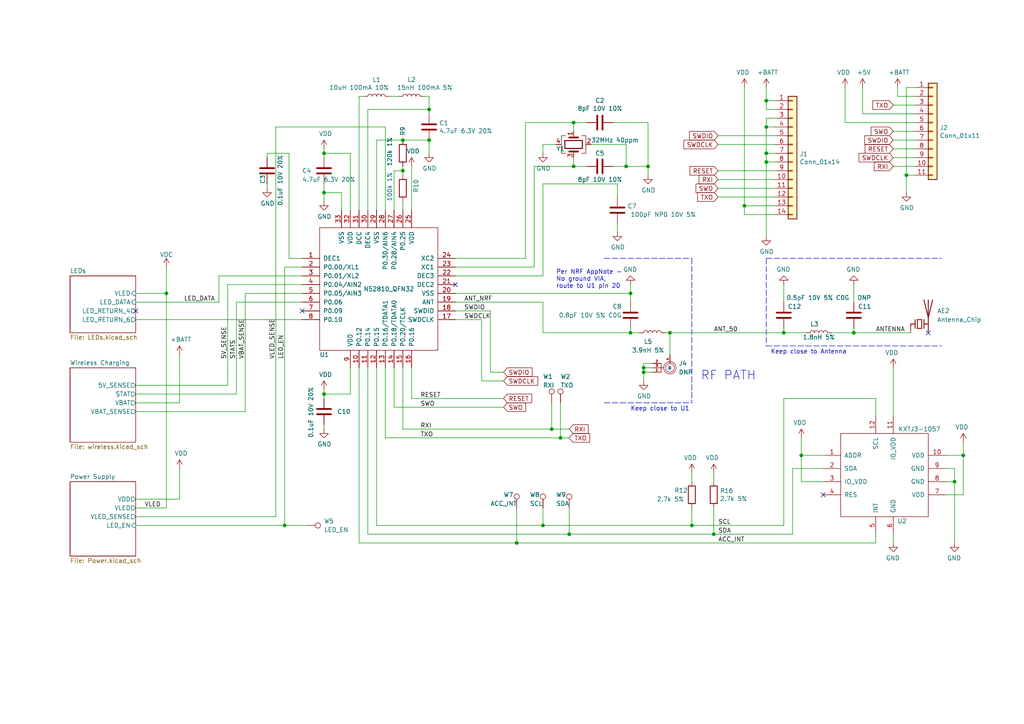
<source format=kicad_sch>
(kicad_sch (version 20211123) (generator eeschema)
  (paper "A4")
  (title_block (title "Pixels D6 Schematic, Main") (date "2022-08-26") (rev "3") (company "Systemic Games, LLC") (comment 1 "Main MCU, Accelerometer and RF"))
  (lib_symbols
    (symbol "Connector_Generic:Conn_01x11" (pin_names (offset 1.016) hide)
      (property "Reference" "J" (at 0 15.24 0))
      (property "Value" "Conn_01x11" (at 0 -15.24 0))
      (symbol "Conn_01x11_1_1"
        (rectangle (start -1.27 -12.573) (end 0 -12.827) (stroke (width 0.1524)))
        (rectangle (start -1.27 -10.033) (end 0 -10.287) (stroke (width 0.1524)))
        (rectangle (start -1.27 -7.493) (end 0 -7.747) (stroke (width 0.1524)))
        (rectangle (start -1.27 -4.953) (end 0 -5.207) (stroke (width 0.1524)))
        (rectangle (start -1.27 -2.413) (end 0 -2.667) (stroke (width 0.1524)))
        (rectangle (start -1.27 0.127) (end 0 -0.127) (stroke (width 0.1524)))
        (rectangle (start -1.27 2.667) (end 0 2.413) (stroke (width 0.1524)))
        (rectangle (start -1.27 5.207) (end 0 4.953) (stroke (width 0.1524)))
        (rectangle (start -1.27 7.747) (end 0 7.493) (stroke (width 0.1524)))
        (rectangle (start -1.27 10.287) (end 0 10.033) (stroke (width 0.1524)))
        (rectangle (start -1.27 12.827) (end 0 12.573) (stroke (width 0.1524)))
        (rectangle (start -1.27 13.97) (end 1.27 -13.97) (stroke (width 0.254)) (fill (type background)))
        (pin passive line (at -5.08 12.7 0) (length 3.81) (name "Pin_1") (number "1"))
        (pin passive line (at -5.08 -10.16 0) (length 3.81) (name "Pin_10") (number "10"))
        (pin passive line (at -5.08 -12.7 0) (length 3.81) (name "Pin_11") (number "11"))
        (pin passive line (at -5.08 10.16 0) (length 3.81) (name "Pin_2") (number "2"))
        (pin passive line (at -5.08 7.62 0) (length 3.81) (name "Pin_3") (number "3"))
        (pin passive line (at -5.08 5.08 0) (length 3.81) (name "Pin_4") (number "4"))
        (pin passive line (at -5.08 2.54 0) (length 3.81) (name "Pin_5") (number "5"))
        (pin passive line (at -5.08 0 0) (length 3.81) (name "Pin_6") (number "6"))
        (pin passive line (at -5.08 -2.54 0) (length 3.81) (name "Pin_7") (number "7"))
        (pin passive line (at -5.08 -5.08 0) (length 3.81) (name "Pin_8") (number "8"))
        (pin passive line (at -5.08 -7.62 0) (length 3.81) (name "Pin_9") (number "9"))
      )
    )
    (symbol "Connector_Generic:Conn_01x14" (pin_names (offset 1.016) hide)
      (property "Reference" "J" (at 0 17.78 0))
      (property "Value" "Conn_01x14" (at 0 -20.32 0))
      (symbol "Conn_01x14_1_1"
        (rectangle (start -1.27 -17.653) (end 0 -17.907) (stroke (width 0.1524)))
        (rectangle (start -1.27 -15.113) (end 0 -15.367) (stroke (width 0.1524)))
        (rectangle (start -1.27 -12.573) (end 0 -12.827) (stroke (width 0.1524)))
        (rectangle (start -1.27 -10.033) (end 0 -10.287) (stroke (width 0.1524)))
        (rectangle (start -1.27 -7.493) (end 0 -7.747) (stroke (width 0.1524)))
        (rectangle (start -1.27 -4.953) (end 0 -5.207) (stroke (width 0.1524)))
        (rectangle (start -1.27 -2.413) (end 0 -2.667) (stroke (width 0.1524)))
        (rectangle (start -1.27 0.127) (end 0 -0.127) (stroke (width 0.1524)))
        (rectangle (start -1.27 2.667) (end 0 2.413) (stroke (width 0.1524)))
        (rectangle (start -1.27 5.207) (end 0 4.953) (stroke (width 0.1524)))
        (rectangle (start -1.27 7.747) (end 0 7.493) (stroke (width 0.1524)))
        (rectangle (start -1.27 10.287) (end 0 10.033) (stroke (width 0.1524)))
        (rectangle (start -1.27 12.827) (end 0 12.573) (stroke (width 0.1524)))
        (rectangle (start -1.27 15.367) (end 0 15.113) (stroke (width 0.1524)))
        (rectangle (start -1.27 16.51) (end 1.27 -19.05) (stroke (width 0.254)) (fill (type background)))
        (pin passive line (at -5.08 15.24 0) (length 3.81) (name "Pin_1") (number "1"))
        (pin passive line (at -5.08 -7.62 0) (length 3.81) (name "Pin_10") (number "10"))
        (pin passive line (at -5.08 -10.16 0) (length 3.81) (name "Pin_11") (number "11"))
        (pin passive line (at -5.08 -12.7 0) (length 3.81) (name "Pin_12") (number "12"))
        (pin passive line (at -5.08 -15.24 0) (length 3.81) (name "Pin_13") (number "13"))
        (pin passive line (at -5.08 -17.78 0) (length 3.81) (name "Pin_14") (number "14"))
        (pin passive line (at -5.08 12.7 0) (length 3.81) (name "Pin_2") (number "2"))
        (pin passive line (at -5.08 10.16 0) (length 3.81) (name "Pin_3") (number "3"))
        (pin passive line (at -5.08 7.62 0) (length 3.81) (name "Pin_4") (number "4"))
        (pin passive line (at -5.08 5.08 0) (length 3.81) (name "Pin_5") (number "5"))
        (pin passive line (at -5.08 2.54 0) (length 3.81) (name "Pin_6") (number "6"))
        (pin passive line (at -5.08 0 0) (length 3.81) (name "Pin_7") (number "7"))
        (pin passive line (at -5.08 -2.54 0) (length 3.81) (name "Pin_8") (number "8"))
        (pin passive line (at -5.08 -5.08 0) (length 3.81) (name "Pin_9") (number "9"))
      )
    )
    (symbol "Device:Antenna_Chip" (pin_numbers hide) (pin_names (offset 1.016) hide)
      (property "Reference" "AE" (at 0 5.08 0))
      (property "Value" "Antenna_Chip" (at 0 3.175 0))
      (symbol "Antenna_Chip_0_1"
        (polyline (pts (xy -2.54 0) (xy -2.54 -0.635)) (stroke (width 0.254)))
        (polyline (pts (xy -2.54 0) (xy -1.27 0)) (stroke (width 0.254)))
        (polyline (pts (xy 1.27 0) (xy 2.54 0)) (stroke (width 0.254)))
        (polyline (pts (xy 1.27 1.27) (xy 1.27 -1.27)) (stroke (width 0.254)))
        (polyline (pts (xy 2.54 -0.635) (xy 2.54 0)))
        (polyline (pts (xy 2.54 6.985) (xy 2.54 -1.905)) (stroke (width 0.254)))
        (polyline (pts (xy -1.27 1.27) (xy -1.27 -1.27) (xy -1.27 0)) (stroke (width 0.254)))
        (polyline (pts (xy 3.81 6.985) (xy 2.54 1.905) (xy 1.27 6.985)) (stroke (width 0.254)))
        (polyline (pts (xy -0.635 1.27) (xy 0.635 1.27) (xy 0.635 -1.27) (xy -0.635 -1.27) (xy -0.635 1.27)) (stroke (width 0.254)))
      )
      (symbol "Antenna_Chip_1_1"
        (pin input line (at -2.54 -2.54 90) (length 2.54) (name "FEED") (number "1"))
        (pin passive line (at 2.54 -2.54 90) (length 2.54) (name "PCB_Trace") (number "2"))
      )
    )
    (symbol "Device:C" (pin_numbers hide) (pin_names (offset 0.254))
      (property "Reference" "C" (at 0.635 2.54 0))
      (property "Value" "C" (at 0.635 -2.54 0))
      (symbol "C_0_1"
        (polyline (pts (xy -2.032 -0.762) (xy 2.032 -0.762)) (stroke (width 0.508)))
        (polyline (pts (xy -2.032 0.762) (xy 2.032 0.762)) (stroke (width 0.508)))
      )
      (symbol "C_1_1"
        (pin passive line (at 0 3.81 270) (length 2.794) (name "~") (number "1"))
        (pin passive line (at 0 -3.81 90) (length 2.794) (name "~") (number "2"))
      )
    )
    (symbol "Device:Crystal_GND24" (pin_names (offset 1.016) hide)
      (property "Reference" "Y" (at 3.175 5.08 0))
      (property "Value" "Crystal_GND24" (at 3.175 3.175 0))
      (symbol "Crystal_GND24_0_1"
        (rectangle (start -1.143 2.54) (end 1.143 -2.54) (stroke (width 0.3048)))
        (polyline (pts (xy -2.54 0) (xy -2.032 0)))
        (polyline (pts (xy -2.032 -1.27) (xy -2.032 1.27)) (stroke (width 0.508)))
        (polyline (pts (xy 0 -3.81) (xy 0 -3.556)))
        (polyline (pts (xy 0 3.556) (xy 0 3.81)))
        (polyline (pts (xy 2.032 -1.27) (xy 2.032 1.27)) (stroke (width 0.508)))
        (polyline (pts (xy 2.032 0) (xy 2.54 0)))
        (polyline (pts (xy -2.54 -2.286) (xy -2.54 -3.556) (xy 2.54 -3.556) (xy 2.54 -2.286)))
        (polyline (pts (xy -2.54 2.286) (xy -2.54 3.556) (xy 2.54 3.556) (xy 2.54 2.286)))
      )
      (symbol "Crystal_GND24_1_1"
        (pin passive line (at -3.81 0 0) (length 1.27) (name "1") (number "1"))
        (pin passive line (at 0 5.08 270) (length 1.27) (name "2") (number "2"))
        (pin passive line (at 3.81 0 180) (length 1.27) (name "3") (number "3"))
        (pin passive line (at 0 -5.08 90) (length 1.27) (name "4") (number "4"))
      )
    )
    (symbol "Device:L" (pin_numbers hide) (pin_names (offset 1.016) hide)
      (property "Reference" "L" (at -1.27 0 90))
      (property "Value" "L" (at 1.905 0 90))
      (symbol "L_0_1"
        (arc (start 0 -2.54) (mid 0.635 -1.905) (end 0 -1.27))
        (arc (start 0 -1.27) (mid 0.635 -0.635) (end 0 0))
        (arc (start 0 0) (mid 0.635 0.635) (end 0 1.27))
        (arc (start 0 1.27) (mid 0.635 1.905) (end 0 2.54))
      )
      (symbol "L_1_1"
        (pin passive line (at 0 3.81 270) (length 1.27) (name "1") (number "1"))
        (pin passive line (at 0 -3.81 90) (length 1.27) (name "2") (number "2"))
      )
    )
    (symbol "Device:R" (pin_numbers hide) (pin_names (offset 0))
      (property "Reference" "R" (at 2.032 0 90))
      (property "Value" "R" (at 0 0 90))
      (symbol "R_0_1"
        (rectangle (start -1.016 -2.54) (end 1.016 2.54) (stroke (width 0.254)))
      )
      (symbol "R_1_1"
        (pin passive line (at 0 3.81 270) (length 1.27) (name "~") (number "1"))
        (pin passive line (at 0 -3.81 90) (length 1.27) (name "~") (number "2"))
      )
    )
    (symbol "Pixels-dice:KXTJ3-1057" (pin_names (offset 1.016))
      (property "Reference" "U" (at 10.16 -12.7 0))
      (property "Value" "KXTJ3-1057" (at 8.89 13.97 0))
      (symbol "KXTJ3-1057_0_1"
        (rectangle (start -12.7 12.7) (end 12.7 -11.43))
      )
      (symbol "KXTJ3-1057_1_1"
        (pin input line (at -17.78 6.35 0) (length 5.08) (name "ADDR") (number "1"))
        (pin power_in line (at 17.78 6.35 180) (length 5.08) (name "VDD") (number "10"))
        (pin power_in line (at 2.54 17.78 270) (length 5.08) (name "IO_VDD") (number "11"))
        (pin input line (at -2.54 17.78 270) (length 5.08) (name "SCL") (number "12"))
        (pin bidirectional line (at -17.78 2.54 0) (length 5.08) (name "SDA") (number "2"))
        (pin power_in line (at -17.78 -1.27 0) (length 5.08) (name "IO_VDD") (number "3"))
        (pin passive line (at -17.78 -5.08 0) (length 5.08) (name "RES") (number "4"))
        (pin output line (at -2.54 -16.51 90) (length 5.08) (name "INT") (number "5"))
        (pin power_in line (at 2.54 -16.51 90) (length 5.08) (name "GND") (number "6"))
        (pin power_in line (at 17.78 -5.08 180) (length 5.08) (name "VDD") (number "7"))
        (pin power_in line (at 17.78 -1.27 180) (length 5.08) (name "GND") (number "8"))
        (pin power_in line (at 17.78 2.54 180) (length 5.08) (name "GND") (number "9"))
      )
    )
    (symbol "Pixels-dice:N52810_QFN32" (pin_names (offset 1.016))
      (property "Reference" "U" (at 13.97 -19.05 0))
      (property "Value" "N52810_QFN32" (at 2.54 0 0))
      (symbol "N52810_QFN32_0_1"
        (rectangle (start -17.78 17.78) (end 16.51 -17.78))
      )
      (symbol "N52810_QFN32_1_1"
        (pin power_out line (at -22.86 8.89 0) (length 5.08) (name "DEC1") (number "1"))
        (pin bidirectional line (at -6.35 -22.86 90) (length 5.08) (name "P0.12") (number "10"))
        (pin bidirectional line (at -3.81 -22.86 90) (length 5.08) (name "P0.14") (number "11"))
        (pin bidirectional line (at -1.27 -22.86 90) (length 5.08) (name "P0.15") (number "12"))
        (pin bidirectional line (at 1.27 -22.86 90) (length 5.08) (name "P0.16/TDATA1") (number "13"))
        (pin bidirectional line (at 3.81 -22.86 90) (length 5.08) (name "P0.18/TDATA0") (number "14"))
        (pin bidirectional line (at 6.35 -22.86 90) (length 5.08) (name "P0.20/TCLK") (number "15"))
        (pin bidirectional line (at 8.89 -22.86 90) (length 5.08) (name "P0.16") (number "16"))
        (pin bidirectional line (at 21.59 -8.89 180) (length 5.08) (name "SWDCLK") (number "17"))
        (pin bidirectional line (at 21.59 -6.35 180) (length 5.08) (name "SWDIO") (number "18"))
        (pin output line (at 21.59 -3.81 180) (length 5.08) (name "ANT") (number "19"))
        (pin bidirectional line (at -22.86 6.35 0) (length 5.08) (name "P0.00/XL1") (number "2"))
        (pin output line (at 21.59 -1.27 180) (length 5.08) (name "VSS") (number "20"))
        (pin output line (at 21.59 1.27 180) (length 5.08) (name "DEC2") (number "21"))
        (pin output line (at 21.59 3.81 180) (length 5.08) (name "DEC3") (number "22"))
        (pin output line (at 21.59 6.35 180) (length 5.08) (name "XC1") (number "23"))
        (pin input line (at 21.59 8.89 180) (length 5.08) (name "XC2") (number "24"))
        (pin power_in line (at 8.89 22.86 270) (length 5.08) (name "VDD") (number "25"))
        (pin bidirectional line (at 6.35 22.86 270) (length 5.08) (name "P0.25") (number "26"))
        (pin bidirectional line (at 3.81 22.86 270) (length 5.08) (name "P0.28/AIN4") (number "27"))
        (pin bidirectional line (at 1.27 22.86 270) (length 5.08) (name "P0.30/AIN6") (number "28"))
        (pin power_in line (at -1.27 22.86 270) (length 5.08) (name "VSS") (number "29"))
        (pin bidirectional line (at -22.86 3.81 0) (length 5.08) (name "P0.01/XL2") (number "3"))
        (pin output line (at -3.81 22.86 270) (length 5.08) (name "DEC4") (number "30"))
        (pin output line (at -6.35 22.86 270) (length 5.08) (name "DCC") (number "31"))
        (pin power_in line (at -8.89 22.86 270) (length 5.08) (name "VDD") (number "32"))
        (pin power_in line (at -11.43 22.86 270) (length 5.08) (name "VSS") (number "33"))
        (pin bidirectional line (at -22.86 1.27 0) (length 5.08) (name "P0.04/AIN2") (number "4"))
        (pin bidirectional line (at -22.86 -1.27 0) (length 5.08) (name "P0.05/AIN3") (number "5"))
        (pin bidirectional line (at -22.86 -3.81 0) (length 5.08) (name "P0.06") (number "6"))
        (pin bidirectional line (at -22.86 -6.35 0) (length 5.08) (name "P0.09") (number "7"))
        (pin bidirectional line (at -22.86 -8.89 0) (length 5.08) (name "P0.10") (number "8"))
        (pin power_in line (at -8.89 -22.86 90) (length 5.08) (name "VDD") (number "9"))
      )
    )
    (symbol "Pixels-dice:TEST_1P-conn" (pin_numbers hide) (pin_names (offset 0.762) hide)
      (property "Reference" "W" (at 0 6.858 0))
      (property "Value" "TEST_1P-conn" (at 0 5.08 0))
      (symbol "TEST_1P-conn_0_1"
        (circle (center 0 3.302) (radius 0.762))
      )
      (symbol "TEST_1P-conn_1_1"
        (pin passive line (at 0 0 90) (length 2.54) (name "1") (number "1"))
      )
    )
    (symbol "Pixels-dice:W.FL"
      (property "Reference" "J" (at 3.81 -1.27 0))
      (property "Value" "W.FL" (at 4.445 1.27 0))
      (symbol "W.FL_0_1"
        (polyline (pts (xy -1.27 -2.54) (xy 1.27 -2.54)))
        (polyline (pts (xy 0 -2.54) (xy 0 -1.905)))
        (circle (center 0 0) (radius 1.27))
        (circle (center 0 0) (radius 1.7961))
      )
      (symbol "W.FL_1_1"
        (pin passive line (at 1.27 -5.08 90) (length 2.54) (name "") (number "1"))
        (pin passive line (at -1.27 -5.08 90) (length 2.54) (name "") (number "2"))
        (pin passive line (at 0 -5.08 90) (length 2.54) (name "") (number "3"))
        (pin passive line (at -3.81 0 0) (length 2.54) (name "RF") (number "4"))
      )
    )
    (symbol "power:+5V" (power) (pin_names (offset 0))
      (property "Value" "+5V" (at 0 3.556 0))
      (symbol "+5V_0_1"
        (polyline (pts (xy -0.762 1.27) (xy 0 2.54)))
        (polyline (pts (xy 0 0) (xy 0 2.54)))
        (polyline (pts (xy 0 2.54) (xy 0.762 1.27)))
      )
      (symbol "+5V_1_1"
        (pin power_in line (at 0 0 90) (length 0) hide (name "+5V") (number "1"))
      )
    )
    (symbol "power:+BATT" (power) (pin_names (offset 0))
      (property "Value" "+BATT" (at 0 3.556 0))
      (symbol "+BATT_0_1"
        (polyline (pts (xy -0.762 1.27) (xy 0 2.54)))
        (polyline (pts (xy 0 0) (xy 0 2.54)))
        (polyline (pts (xy 0 2.54) (xy 0.762 1.27)))
      )
      (symbol "+BATT_1_1"
        (pin power_in line (at 0 0 90) (length 0) hide (name "+BATT") (number "1"))
      )
    )
    (symbol "power:GND" (power) (pin_names (offset 0))
      (property "Value" "GND" (at 0 -3.81 0))
      (symbol "GND_0_1"
        (polyline (pts (xy 0 0) (xy 0 -1.27) (xy 1.27 -1.27) (xy 0 -2.54) (xy -1.27 -1.27) (xy 0 -1.27)))
      )
      (symbol "GND_1_1"
        (pin power_in line (at 0 0 270) (length 0) hide (name "GND") (number "1"))
      )
    )
    (symbol "power:VDC" (power) (pin_names (offset 0))
      (property "Value" "VDC" (at 0 6.35 0))
      (symbol "VDC_0_1"
        (polyline (pts (xy -0.762 1.27) (xy 0 2.54)))
        (polyline (pts (xy 0 0) (xy 0 2.54)))
        (polyline (pts (xy 0 2.54) (xy 0.762 1.27)))
      )
      (symbol "VDC_1_1"
        (pin power_in line (at 0 0 90) (length 0) hide (name "VDC") (number "1"))
      )
    )
    (symbol "power:VDD" (power) (pin_names (offset 0))
      (property "Value" "VDD" (at 0 3.81 0))
      (symbol "VDD_0_1"
        (polyline (pts (xy -0.762 1.27) (xy 0 2.54)))
        (polyline (pts (xy 0 0) (xy 0 2.54)))
        (polyline (pts (xy 0 2.54) (xy 0.762 1.27)))
      )
      (symbol "VDD_1_1"
        (pin power_in line (at 0 0 90) (length 0) hide (name "VDD") (number "1"))
      )
    )
  )
  (junction (at 279.4 132.08))
  (junction (at 227.33 96.52))
  (junction (at 181.61 48.26))
  (junction (at 276.86 139.7))
  (junction (at 93.98 55.88))
  (junction (at 93.98 44.45))
  (junction (at 194.31 96.52))
  (junction (at 124.46 40.64))
  (junction (at 116.84 49.53))
  (junction (at 186.69 106.68))
  (junction (at 166.37 48.26))
  (junction (at 149.86 157.48))
  (junction (at 165.1 154.94))
  (junction (at 207.01 154.94))
  (junction (at 222.25 36.83))
  (junction (at 93.98 114.3))
  (junction (at 262.89 50.8))
  (junction (at 124.46 31.75))
  (junction (at 182.88 85.09))
  (junction (at 82.55 152.4))
  (junction (at 222.25 44.45))
  (junction (at 116.84 40.64))
  (junction (at 222.25 29.21))
  (junction (at 187.96 48.26))
  (junction (at 222.25 46.99))
  (junction (at 48.26 85.09))
  (junction (at 162.56 127))
  (junction (at 232.41 132.08))
  (junction (at 215.9 59.69))
  (junction (at 157.48 152.4))
  (junction (at 182.88 96.52))
  (junction (at 186.69 107.95))
  (junction (at 160.02 124.46))
  (junction (at 200.66 152.4))
  (junction (at 166.37 35.56))
  (junction (at 247.65 96.52))
  (no_connect (at 132.08 82.55))
  (no_connect (at 238.76 143.51))
  (no_connect (at 269.24 96.52))
  (no_connect (at 87.63 90.17))
  (no_connect (at 39.37 90.17))
  (wire (pts (xy 262.89 55.88) (xy 262.89 50.8)))
  (wire (pts (xy 99.06 55.88) (xy 93.98 55.88)))
  (wire (pts (xy 99.06 60.96) (xy 99.06 55.88)))
  (wire (pts (xy 222.25 34.29) (xy 222.25 36.83)))
  (wire (pts (xy 207.01 137.16) (xy 207.01 139.7)))
  (wire (pts (xy 193.04 96.52) (xy 194.31 96.52)))
  (wire (pts (xy 149.86 147.32) (xy 149.86 157.48)))
  (wire (pts (xy 109.22 40.64) (xy 109.22 60.96)))
  (wire (pts (xy 181.61 41.91) (xy 181.61 48.26)))
  (wire (pts (xy 154.94 77.47) (xy 154.94 48.26)))
  (wire (pts (xy 93.98 44.45) (xy 93.98 45.72)))
  (wire (pts (xy 232.41 139.7) (xy 232.41 132.08)))
  (wire (pts (xy 279.4 143.51) (xy 274.32 143.51)))
  (wire (pts (xy 101.6 44.45) (xy 93.98 44.45)))
  (wire (pts (xy 177.8 48.26) (xy 181.61 48.26)))
  (wire (pts (xy 157.48 80.01) (xy 132.08 80.01)))
  (wire (pts (xy 139.7 110.49) (xy 146.05 110.49)))
  (wire (pts (xy 132.08 74.93) (xy 152.4 74.93)))
  (wire (pts (xy 238.76 135.89) (xy 229.87 135.89)))
  (wire (pts (xy 106.68 154.94) (xy 106.68 106.68)))
  (wire (pts (xy 207.01 147.32) (xy 207.01 154.94)))
  (wire (pts (xy 241.3 96.52) (xy 247.65 96.52)))
  (wire (pts (xy 189.23 106.68) (xy 186.69 106.68)))
  (wire (pts (xy 187.96 35.56) (xy 187.96 48.26)))
  (wire (pts (xy 224.79 46.99) (xy 222.25 46.99)))
  (wire (pts (xy 160.02 124.46) (xy 165.1 124.46)))
  (wire (pts (xy 166.37 35.56) (xy 170.18 35.56)))
  (wire (pts (xy 259.08 154.94) (xy 259.08 157.48)))
  (wire (pts (xy 39.37 114.3) (xy 68.58 114.3)))
  (wire (pts (xy 208.28 41.91) (xy 224.79 41.91)))
  (wire (pts (xy 39.37 147.32) (xy 48.26 147.32)))
  (wire (pts (xy 215.9 59.69) (xy 215.9 62.23)))
  (wire (pts (xy 116.84 124.46) (xy 116.84 106.68)))
  (wire (pts (xy 68.58 87.63) (xy 68.58 114.3)))
  (wire (pts (xy 162.56 127) (xy 165.1 127)))
  (wire (pts (xy 262.89 50.8) (xy 265.43 50.8)))
  (wire (pts (xy 80.01 36.83) (xy 111.76 36.83)))
  (wire (pts (xy 111.76 36.83) (xy 111.76 60.96)))
  (wire (pts (xy 124.46 40.64) (xy 124.46 44.45)))
  (wire (pts (xy 39.37 111.76) (xy 66.04 111.76)))
  (wire (pts (xy 93.98 114.3) (xy 93.98 115.57)))
  (wire (pts (xy 149.86 157.48) (xy 254 157.48)))
  (wire (pts (xy 66.04 82.55) (xy 66.04 111.76)))
  (wire (pts (xy 224.79 59.69) (xy 215.9 59.69)))
  (wire (pts (xy 274.32 139.7) (xy 276.86 139.7)))
  (wire (pts (xy 152.4 74.93) (xy 152.4 35.56)))
  (wire (pts (xy 132.08 90.17) (xy 142.24 90.17)))
  (wire (pts (xy 250.19 33.02) (xy 265.43 33.02)))
  (wire (pts (xy 186.69 107.95) (xy 186.69 110.49)))
  (wire (pts (xy 114.3 106.68) (xy 114.3 118.11)))
  (wire (pts (xy 109.22 106.68) (xy 109.22 152.4)))
  (wire (pts (xy 101.6 60.96) (xy 101.6 44.45)))
  (wire (pts (xy 39.37 87.63) (xy 63.5 87.63)))
  (wire (pts (xy 254 120.65) (xy 254 115.57)))
  (wire (pts (xy 222.25 31.75) (xy 224.79 31.75)))
  (wire (pts (xy 93.98 114.3) (xy 93.98 113.03)))
  (wire (pts (xy 182.88 96.52) (xy 185.42 96.52)))
  (wire (pts (xy 142.24 107.95) (xy 146.05 107.95)))
  (wire (pts (xy 222.25 29.21) (xy 222.25 31.75)))
  (wire (pts (xy 161.29 41.91) (xy 157.48 41.91)))
  (wire (pts (xy 182.88 85.09) (xy 182.88 87.63)))
  (wire (pts (xy 160.02 116.84) (xy 160.02 124.46)))
  (wire (pts (xy 222.25 44.45) (xy 222.25 46.99)))
  (wire (pts (xy 124.46 31.75) (xy 124.46 33.02)))
  (wire (pts (xy 52.07 144.78) (xy 52.07 135.89)))
  (wire (pts (xy 104.14 60.96) (xy 104.14 27.94)))
  (wire (pts (xy 114.3 60.96) (xy 114.3 49.53)))
  (wire (pts (xy 245.11 35.56) (xy 265.43 35.56)))
  (wire (pts (xy 123.19 27.94) (xy 124.46 27.94)))
  (wire (pts (xy 124.46 31.75) (xy 106.68 31.75)))
  (wire (pts (xy 165.1 154.94) (xy 207.01 154.94)))
  (wire (pts (xy 208.28 49.53) (xy 224.79 49.53)))
  (wire (pts (xy 232.41 132.08) (xy 238.76 132.08)))
  (wire (pts (xy 194.31 96.52) (xy 194.31 102.87)))
  (wire (pts (xy 186.69 106.68) (xy 186.69 107.95)))
  (wire (pts (xy 250.19 25.4) (xy 250.19 33.02)))
  (wire (pts (xy 177.8 35.56) (xy 187.96 35.56)))
  (wire (pts (xy 259.08 38.1) (xy 265.43 38.1)))
  (wire (pts (xy 227.33 95.25) (xy 227.33 96.52)))
  (wire (pts (xy 222.25 36.83) (xy 222.25 44.45)))
  (polyline (pts (xy 222.25 74.93) (xy 222.25 100.33)))
  (wire (pts (xy 39.37 85.09) (xy 48.26 85.09)))
  (wire (pts (xy 274.32 135.89) (xy 276.86 135.89)))
  (wire (pts (xy 279.4 132.08) (xy 279.4 143.51)))
  (wire (pts (xy 259.08 43.18) (xy 265.43 43.18)))
  (wire (pts (xy 114.3 49.53) (xy 116.84 49.53)))
  (wire (pts (xy 132.08 85.09) (xy 182.88 85.09)))
  (polyline (pts (xy 200.66 74.93) (xy 200.66 116.84)))
  (wire (pts (xy 259.08 48.26) (xy 265.43 48.26)))
  (wire (pts (xy 182.88 95.25) (xy 182.88 96.52)))
  (wire (pts (xy 154.94 48.26) (xy 166.37 48.26)))
  (wire (pts (xy 259.08 40.64) (xy 265.43 40.64)))
  (wire (pts (xy 232.41 132.08) (xy 232.41 127)))
  (wire (pts (xy 101.6 114.3) (xy 93.98 114.3)))
  (wire (pts (xy 157.48 87.63) (xy 157.48 96.52)))
  (wire (pts (xy 189.23 107.95) (xy 186.69 107.95)))
  (wire (pts (xy 111.76 127) (xy 162.56 127)))
  (wire (pts (xy 227.33 115.57) (xy 227.33 152.4)))
  (wire (pts (xy 276.86 139.7) (xy 276.86 157.48)))
  (wire (pts (xy 82.55 77.47) (xy 82.55 152.4)))
  (wire (pts (xy 189.23 105.41) (xy 186.69 105.41)))
  (wire (pts (xy 200.66 137.16) (xy 200.66 139.7)))
  (wire (pts (xy 88.9 152.4) (xy 82.55 152.4)))
  (wire (pts (xy 222.25 34.29) (xy 224.79 34.29)))
  (wire (pts (xy 166.37 48.26) (xy 170.18 48.26)))
  (wire (pts (xy 132.08 87.63) (xy 157.48 87.63)))
  (wire (pts (xy 215.9 62.23) (xy 224.79 62.23)))
  (wire (pts (xy 222.25 46.99) (xy 222.25 68.58)))
  (wire (pts (xy 116.84 124.46) (xy 160.02 124.46)))
  (wire (pts (xy 179.07 53.34) (xy 179.07 57.15)))
  (wire (pts (xy 119.38 106.68) (xy 119.38 115.57)))
  (wire (pts (xy 227.33 96.52) (xy 233.68 96.52)))
  (wire (pts (xy 208.28 57.15) (xy 224.79 57.15)))
  (wire (pts (xy 157.48 152.4) (xy 200.66 152.4)))
  (wire (pts (xy 152.4 35.56) (xy 166.37 35.56)))
  (wire (pts (xy 63.5 80.01) (xy 87.63 80.01)))
  (wire (pts (xy 182.88 82.55) (xy 182.88 85.09)))
  (wire (pts (xy 39.37 144.78) (xy 52.07 144.78)))
  (wire (pts (xy 39.37 119.38) (xy 71.12 119.38)))
  (wire (pts (xy 124.46 27.94) (xy 124.46 31.75)))
  (wire (pts (xy 259.08 45.72) (xy 265.43 45.72)))
  (wire (pts (xy 262.89 25.4) (xy 262.89 50.8)))
  (wire (pts (xy 48.26 85.09) (xy 48.26 147.32)))
  (wire (pts (xy 82.55 77.47) (xy 87.63 77.47)))
  (wire (pts (xy 200.66 152.4) (xy 227.33 152.4)))
  (wire (pts (xy 106.68 154.94) (xy 165.1 154.94)))
  (wire (pts (xy 119.38 48.26) (xy 119.38 60.96)))
  (wire (pts (xy 82.55 152.4) (xy 39.37 152.4)))
  (wire (pts (xy 208.28 54.61) (xy 224.79 54.61)))
  (wire (pts (xy 87.63 82.55) (xy 66.04 82.55)))
  (wire (pts (xy 116.84 58.42) (xy 116.84 60.96)))
  (wire (pts (xy 116.84 40.64) (xy 124.46 40.64)))
  (wire (pts (xy 104.14 27.94) (xy 105.41 27.94)))
  (wire (pts (xy 259.08 30.48) (xy 265.43 30.48)))
  (wire (pts (xy 247.65 95.25) (xy 247.65 96.52)))
  (wire (pts (xy 39.37 92.71) (xy 87.63 92.71)))
  (wire (pts (xy 104.14 157.48) (xy 149.86 157.48)))
  (wire (pts (xy 139.7 92.71) (xy 139.7 110.49)))
  (wire (pts (xy 245.11 25.4) (xy 245.11 35.56)))
  (wire (pts (xy 260.35 27.94) (xy 265.43 27.94)))
  (wire (pts (xy 260.35 25.4) (xy 260.35 27.94)))
  (wire (pts (xy 39.37 149.86) (xy 80.01 149.86)))
  (wire (pts (xy 171.45 41.91) (xy 181.61 41.91)))
  (wire (pts (xy 93.98 44.45) (xy 93.98 43.18)))
  (polyline (pts (xy 222.25 74.93) (xy 273.05 74.93)))
  (wire (pts (xy 93.98 55.88) (xy 93.98 58.42)))
  (polyline (pts (xy 175.26 116.84) (xy 200.66 116.84)))
  (wire (pts (xy 157.48 96.52) (xy 182.88 96.52)))
  (wire (pts (xy 48.26 85.09) (xy 48.26 77.47)))
  (wire (pts (xy 227.33 82.55) (xy 227.33 87.63)))
  (wire (pts (xy 132.08 92.71) (xy 139.7 92.71)))
  (wire (pts (xy 194.31 96.52) (xy 227.33 96.52)))
  (wire (pts (xy 165.1 147.32) (xy 165.1 154.94)))
  (wire (pts (xy 229.87 135.89) (xy 229.87 154.94)))
  (wire (pts (xy 224.79 44.45) (xy 222.25 44.45)))
  (wire (pts (xy 77.47 53.34) (xy 77.47 54.61)))
  (wire (pts (xy 146.05 115.57) (xy 119.38 115.57)))
  (wire (pts (xy 116.84 49.53) (xy 116.84 50.8)))
  (wire (pts (xy 222.25 25.4) (xy 222.25 29.21)))
  (wire (pts (xy 162.56 116.84) (xy 162.56 127)))
  (wire (pts (xy 157.48 147.32) (xy 157.48 152.4)))
  (wire (pts (xy 83.82 44.45) (xy 77.47 44.45)))
  (wire (pts (xy 247.65 96.52) (xy 264.16 96.52)))
  (wire (pts (xy 142.24 90.17) (xy 142.24 107.95)))
  (wire (pts (xy 109.22 40.64) (xy 116.84 40.64)))
  (wire (pts (xy 186.69 105.41) (xy 186.69 106.68)))
  (wire (pts (xy 279.4 128.27) (xy 279.4 132.08)))
  (wire (pts (xy 87.63 74.93) (xy 83.82 74.93)))
  (wire (pts (xy 93.98 53.34) (xy 93.98 55.88)))
  (wire (pts (xy 157.48 53.34) (xy 157.48 80.01)))
  (wire (pts (xy 254 154.94) (xy 254 157.48)))
  (wire (pts (xy 106.68 31.75) (xy 106.68 60.96)))
  (wire (pts (xy 71.12 85.09) (xy 71.12 119.38)))
  (wire (pts (xy 181.61 48.26) (xy 187.96 48.26)))
  (wire (pts (xy 83.82 74.93) (xy 83.82 44.45)))
  (wire (pts (xy 207.01 154.94) (xy 229.87 154.94)))
  (wire (pts (xy 116.84 48.26) (xy 116.84 49.53)))
  (wire (pts (xy 63.5 87.63) (xy 63.5 80.01)))
  (wire (pts (xy 80.01 36.83) (xy 80.01 149.86)))
  (wire (pts (xy 39.37 116.84) (xy 52.07 116.84)))
  (wire (pts (xy 247.65 82.55) (xy 247.65 87.63)))
  (wire (pts (xy 104.14 106.68) (xy 104.14 157.48)))
  (wire (pts (xy 179.07 64.77) (xy 179.07 67.31)))
  (wire (pts (xy 157.48 41.91) (xy 157.48 44.45)))
  (wire (pts (xy 68.58 87.63) (xy 87.63 87.63)))
  (wire (pts (xy 113.03 27.94) (xy 115.57 27.94)))
  (wire (pts (xy 187.96 48.26) (xy 187.96 50.8)))
  (wire (pts (xy 166.37 45.72) (xy 166.37 48.26)))
  (wire (pts (xy 208.28 39.37) (xy 224.79 39.37)))
  (wire (pts (xy 166.37 38.1) (xy 166.37 35.56)))
  (wire (pts (xy 279.4 132.08) (xy 274.32 132.08)))
  (wire (pts (xy 254 115.57) (xy 227.33 115.57)))
  (wire (pts (xy 179.07 53.34) (xy 157.48 53.34)))
  (wire (pts (xy 238.76 139.7) (xy 232.41 139.7)))
  (polyline (pts (xy 222.25 100.33) (xy 273.05 100.33)))
  (wire (pts (xy 146.05 118.11) (xy 114.3 118.11)))
  (wire (pts (xy 77.47 44.45) (xy 77.47 45.72)))
  (wire (pts (xy 265.43 25.4) (xy 262.89 25.4)))
  (wire (pts (xy 224.79 36.83) (xy 222.25 36.83)))
  (wire (pts (xy 111.76 127) (xy 111.76 106.68)))
  (wire (pts (xy 215.9 25.4) (xy 215.9 59.69)))
  (wire (pts (xy 276.86 135.89) (xy 276.86 139.7)))
  (wire (pts (xy 259.08 106.68) (xy 259.08 120.65)))
  (wire (pts (xy 222.25 29.21) (xy 224.79 29.21)))
  (wire (pts (xy 132.08 77.47) (xy 154.94 77.47)))
  (wire (pts (xy 200.66 147.32) (xy 200.66 152.4)))
  (wire (pts (xy 101.6 106.68) (xy 101.6 114.3)))
  (wire (pts (xy 52.07 102.87) (xy 52.07 116.84)))
  (wire (pts (xy 87.63 85.09) (xy 71.12 85.09)))
  (polyline (pts (xy 175.26 74.93) (xy 200.66 74.93)))
  (wire (pts (xy 208.28 52.07) (xy 224.79 52.07)))
  (wire (pts (xy 109.22 152.4) (xy 157.48 152.4)))
  (wire (pts (xy 93.98 123.19) (xy 93.98 124.46)))
  (text "Per NRF AppNote -\nNo ground VIA,\nroute to U1 pin 20" (at 161.29 83.82 0) (effects (font (size 1.27 1.27)) (justify left bottom)))
  (text "Keep close to U1" (at 182.88 119.38 0) (effects (font (size 1.27 1.27)) (justify left bottom)))
  (text "Keep close to Antenna" (at 223.52 102.87 0) (effects (font (size 1.27 1.27)) (justify left bottom)))
  (text "RF PATH" (at 203.2 110.49 0) (effects (font (size 2.54 2.54)) (justify left bottom)))
  (label "VLED_SENSE" (at 80.01 104.14 90))
  (label "ANTENNA" (at 254 96.52 0))
  (label "TXO" (at 121.92 127 0))
  (label "ACC_INT" (at 208.28 157.48 0))
  (label "ANT_NRF" (at 134.62 87.63 0))
  (label "SWDCLK" (at 134.62 92.71 0))
  (label "VBAT_SENSE" (at 71.12 104.14 90))
  (label "5V_SENSE" (at 66.04 104.14 90))
  (label "SDA" (at 208.28 154.94 0))
  (label "LED_EN" (at 82.55 104.14 90))
  (label "RXI" (at 121.92 124.46 0))
  (label "SWDIO" (at 134.62 90.17 0))
  (label "SWO" (at 121.92 118.11 0))
  (label "ANT_50" (at 207.01 96.52 0))
  (label "LED_DATA" (at 53.34 87.63 0))
  (label "RESET" (at 121.92 115.57 0))
  (label "SCL" (at 208.28 152.4 0))
  (label "VLED" (at 41.91 147.32 0))
  (label "STATS" (at 68.58 104.14 90))
  (global_label "TXO" (shape input) (at 165.1 127 0) (property "Intersheet References" "${INTERSHEET_REFS}" (effects hide)))
  (global_label "RESET" (shape input) (at 208.28 49.53 180) (property "Intersheet References" "${INTERSHEET_REFS}" (effects hide)))
  (global_label "SWDIO" (shape input) (at 146.05 107.95 0) (property "Intersheet References" "${INTERSHEET_REFS}" (effects hide)))
  (global_label "RXI" (shape input) (at 259.08 48.26 180) (property "Intersheet References" "${INTERSHEET_REFS}" (effects hide)))
  (global_label "RXI" (shape input) (at 208.28 52.07 180) (property "Intersheet References" "${INTERSHEET_REFS}" (effects hide)))
  (global_label "SWO" (shape input) (at 146.05 118.11 0) (property "Intersheet References" "${INTERSHEET_REFS}" (effects hide)))
  (global_label "RESET" (shape input) (at 259.08 43.18 180) (property "Intersheet References" "${INTERSHEET_REFS}" (effects hide)))
  (global_label "SWDCLK" (shape input) (at 146.05 110.49 0) (property "Intersheet References" "${INTERSHEET_REFS}" (effects hide)))
  (global_label "SWDCLK" (shape input) (at 259.08 45.72 180) (property "Intersheet References" "${INTERSHEET_REFS}" (effects hide)))
  (global_label "SWO" (shape input) (at 259.08 38.1 180) (property "Intersheet References" "${INTERSHEET_REFS}" (effects hide)))
  (global_label "TXO" (shape input) (at 208.28 57.15 180) (property "Intersheet References" "${INTERSHEET_REFS}" (effects hide)))
  (global_label "RESET" (shape input) (at 146.05 115.57 0) (property "Intersheet References" "${INTERSHEET_REFS}" (effects hide)))
  (global_label "SWO" (shape input) (at 208.28 54.61 180) (property "Intersheet References" "${INTERSHEET_REFS}" (effects hide)))
  (global_label "TXO" (shape input) (at 259.08 30.48 180) (property "Intersheet References" "${INTERSHEET_REFS}" (effects hide)))
  (global_label "SWDIO" (shape input) (at 259.08 40.64 180) (property "Intersheet References" "${INTERSHEET_REFS}" (effects hide)))
  (global_label "RXI" (shape input) (at 165.1 124.46 0) (property "Intersheet References" "${INTERSHEET_REFS}" (effects hide)))
  (global_label "SWDCLK" (shape input) (at 208.28 41.91 180) (property "Intersheet References" "${INTERSHEET_REFS}" (effects hide)))
  (global_label "SWDIO" (shape input) (at 208.28 39.37 180) (property "Intersheet References" "${INTERSHEET_REFS}" (effects hide)))
  (symbol (lib_id "power:GND") (at 93.98 124.46 0) (unit 1)
    (property "Reference" "#PWR016" (effects hide))
    (property "Value" "GND" (at 94.107 128.8542 0))
  )
  (symbol (lib_id "power:VDD") (at 93.98 113.03 0) (unit 1)
    (property "Reference" "#PWR014" (effects hide))
    (property "Value" "VDD" (at 94.4118 108.6358 0))
  )
  (symbol (lib_id "Device:C") (at 93.98 119.38 0) (unit 1)
    (property "Reference" "C10" (at 97.79 119.38 0) (effects (justify left)))
    (property "Value" "0.1uF 10V 20%" (at 90.17 127 90) (effects (justify left)))
    (property "Footprint" "Capacitor_SMD:C_0402_1005Metric" (effects hide))
    (property "Generic OK" "YES" (effects hide))
    (property "Pixels Part Number" "SMD-C005" (effects hide))
    (property "Manufacturer" "Murata" (effects hide))
    (property "Manufacturer Part Number" "GRM155R61H104KE19D" (effects hide))
  )
  (symbol (lib_id "power:GND") (at 93.98 58.42 0) (unit 1)
    (property "Reference" "#PWR08" (effects hide))
    (property "Value" "GND" (at 94.107 62.8142 0))
  )
  (symbol (lib_id "power:VDD") (at 93.98 43.18 0) (unit 1)
    (property "Reference" "#PWR01" (effects hide))
    (property "Value" "VDD" (at 94.4118 38.7858 0))
  )
  (symbol (lib_id "Device:C") (at 93.98 49.53 0) (unit 1)
    (property "Reference" "C4" (at 87.63 49.53 0) (effects (justify left)))
    (property "Value" "4.7uF 6.3V 20%" (at 87.63 52.07 0) (effects (justify left)))
    (property "Footprint" "Capacitor_SMD:C_0402_1005Metric" (effects hide))
    (property "Generic OK" "YES" (effects hide))
    (property "Pixels Part Number" "SMD-C002" (effects hide))
    (property "Manufacturer" "Murata" (effects hide))
    (property "Manufacturer Part Number" "GRM155R60J475ME87D" (effects hide))
  )
  (symbol (lib_id "power:GND") (at 77.47 54.61 0) (unit 1)
    (property "Reference" "#PWR05" (effects hide))
    (property "Value" "GND" (at 77.597 59.0042 0))
  )
  (symbol (lib_id "Device:C") (at 77.47 49.53 0) (unit 1)
    (property "Reference" "C3" (at 76.2 53.34 90) (effects (justify left)))
    (property "Value" "0.1uF 10V 20%" (at 81.28 59.69 90) (effects (justify left)))
    (property "Footprint" "Capacitor_SMD:C_0402_1005Metric" (effects hide))
    (property "Generic OK" "YES" (effects hide))
    (property "Pixels Part Number" "SMD-C005" (effects hide))
    (property "Manufacturer" "Murata" (effects hide))
    (property "Manufacturer Part Number" "GRM155R61H104KE19D" (effects hide))
  )
  (symbol (lib_id "Device:L") (at 109.22 27.94 90) (unit 1)
    (property "Reference" "L1" (at 109.22 23.114 90))
    (property "Value" "10uH 100mA 10%" (at 104.14 25.4 90))
    (property "Footprint" "Inductor_SMD:L_0805_2012Metric" (effects hide))
    (property "Generic OK" "YES" (effects hide))
    (property "Pixels Part Number" "SMD-L001" (effects hide))
    (property "Manufacturer" "Murata" (effects hide))
    (property "Manufacturer Part Number" "LQM21FN100M80L" (effects hide))
  )
  (symbol (lib_id "Device:L") (at 119.38 27.94 90) (unit 1)
    (property "Reference" "L2" (at 119.38 23.114 90))
    (property "Value" "15nH 100mA 5%" (at 123.19 25.4 90))
    (property "Footprint" "Inductor_SMD:L_0402_1005Metric" (effects hide))
    (property "Generic OK" "YES" (effects hide))
    (property "Pixels Part Number" "SMD-L002" (effects hide))
    (property "Manufacturer" "Murata" (effects hide))
    (property "Manufacturer Part Number" "LQG15HS15NJ02D" (effects hide))
  )
  (symbol (lib_id "Device:C") (at 124.46 36.83 0) (unit 1)
    (property "Reference" "C1" (at 127.381 35.6616 0) (effects (justify left)))
    (property "Value" "4.7uF 6.3V 20%" (at 127.381 37.973 0) (effects (justify left)))
    (property "Footprint" "Capacitor_SMD:C_0402_1005Metric" (effects hide))
    (property "Generic OK" "YES" (effects hide))
    (property "Pixels Part Number" "SMD-C002" (effects hide))
    (property "Manufacturer" "Murata" (effects hide))
    (property "Manufacturer Part Number" "GRM155R60J475ME87D" (effects hide))
  )
  (symbol (lib_id "power:GND") (at 124.46 44.45 0) (unit 1)
    (property "Reference" "#PWR03" (effects hide))
    (property "Value" "GND" (at 124.587 48.8442 0))
  )
  (symbol (lib_id "Device:Crystal_GND24") (at 166.37 41.91 270) (unit 1)
    (property "Reference" "Y1" (at 161.29 43.18 90) (effects (justify left)))
    (property "Value" "32MHz 40ppm" (at 171.45 40.64 90) (effects (justify left)))
    (property "Footprint" "Pixels-dice:Crystal_SMD_2016-4Pin_2.0x1.6mm" (effects hide))
    (property "Generic OK" "YES" (effects hide))
    (property "Manufacturer" "Murata" (effects hide))
    (property "Manufacturer Part Number" "XRCGB32M000F2P00R0" (effects hide))
    (property "Pixels Part Number" "SMD-Y001" (effects hide))
  )
  (symbol (lib_id "Device:C") (at 173.99 35.56 270) (unit 1)
    (property "Reference" "C2" (at 173.99 29.1592 90))
    (property "Value" "8pF 10V 10%" (at 173.99 31.4706 90))
    (property "Footprint" "Capacitor_SMD:C_0402_1005Metric" (effects hide))
    (property "Generic OK" "YES" (effects hide))
    (property "Pixels Part Number" "SMD-C001" (effects hide))
    (property "Manufacturer" "Murata" (effects hide))
    (property "Manufacturer Part Number" "GRT1555C2A8R0DA02" (effects hide))
  )
  (symbol (lib_id "Device:C") (at 173.99 48.26 270) (unit 1)
    (property "Reference" "C5" (at 173.99 44.45 90))
    (property "Value" "8pF 10V 10%" (at 173.99 52.07 90))
    (property "Footprint" "Capacitor_SMD:C_0402_1005Metric" (effects hide))
    (property "Generic OK" "YES" (effects hide))
    (property "Pixels Part Number" "SMD-C001" (effects hide))
    (property "Manufacturer" "Murata" (effects hide))
    (property "Manufacturer Part Number" "GRT1555C2A8R0DA02" (effects hide))
  )
  (symbol (lib_id "power:GND") (at 187.96 50.8 0) (unit 1)
    (property "Reference" "#PWR09" (effects hide))
    (property "Value" "GND" (at 188.087 55.1942 0))
  )
  (symbol (lib_id "power:GND") (at 179.07 67.31 0) (unit 1)
    (property "Reference" "#PWR011" (effects hide))
    (property "Value" "GND" (at 179.197 71.7042 0))
  )
  (symbol (lib_id "Device:C") (at 179.07 60.96 0) (unit 1)
    (property "Reference" "C7" (at 181.991 59.7916 0) (effects (justify left)))
    (property "Value" "100pF NP0 10V 5%" (at 182.88 62.23 0) (effects (justify left)))
    (property "Footprint" "Capacitor_SMD:C_0402_1005Metric" (effects hide))
    (property "Generic OK" "YES" (effects hide))
    (property "Pixels Part Number" "SMD-C003" (effects hide))
    (property "Manufacturer" "Murata" (effects hide))
    (property "Manufacturer Part Number" "GCM1555C1H101JA16J" (effects hide))
  )
  (symbol (lib_id "power:GND") (at 157.48 44.45 0) (unit 1)
    (property "Reference" "#PWR06" (effects hide))
    (property "Value" "GND" (at 157.607 48.8442 0))
  )
  (symbol (lib_id "power:VDD") (at 52.07 135.89 0) (unit 1)
    (property "Reference" "#PWR021" (effects hide))
    (property "Value" "VDD" (at 52.5018 131.4958 0))
  )
  (symbol (lib_id "Pixels-dice:TEST_1P-conn") (at 160.02 116.84 0) (unit 1)
    (property "Reference" "W1" (at 157.48 109.22 0) (effects (justify left)))
    (property "Value" "RXI" (at 157.48 111.76 0) (effects (justify left)))
    (property "Footprint" "Pixels-dice:TEST_PIN" (effects hide))
    (property "Generic OK" "N/A" (effects hide))
  )
  (symbol (lib_id "Pixels-dice:TEST_1P-conn") (at 162.56 116.84 0) (unit 1)
    (property "Reference" "W2" (at 162.56 109.22 0) (effects (justify left)))
    (property "Value" "TXO" (at 162.56 111.76 0) (effects (justify left)))
    (property "Footprint" "Pixels-dice:TEST_PIN" (effects hide))
    (property "Generic OK" "N/A" (effects hide))
  )
  (symbol (lib_id "Pixels-dice:TEST_1P-conn") (at 88.9 152.4 270) (unit 1)
    (property "Reference" "W5" (at 93.98 151.13 90) (effects (justify left)))
    (property "Value" "LED_EN" (at 93.98 153.67 90) (effects (justify left)))
    (property "Footprint" "Pixels-dice:TEST_PIN" (effects hide))
    (property "Generic OK" "N/A" (effects hide))
  )
  (symbol (lib_id "Pixels-dice:TEST_1P-conn") (at 149.86 147.32 0) (unit 1)
    (property "Reference" "W7" (at 146.05 143.51 0) (effects (justify left)))
    (property "Value" "ACC_INT" (at 142.24 146.05 0) (effects (justify left)))
    (property "Footprint" "Pixels-dice:TEST_PIN" (effects hide))
    (property "Generic OK" "N/A" (effects hide))
  )
  (symbol (lib_id "Pixels-dice:TEST_1P-conn") (at 157.48 147.32 0) (unit 1)
    (property "Reference" "W8" (at 153.67 143.51 0) (effects (justify left)))
    (property "Value" "SCL" (at 153.67 146.05 0) (effects (justify left)))
    (property "Footprint" "Pixels-dice:TEST_PIN" (effects hide))
    (property "Generic OK" "N/A" (effects hide))
  )
  (symbol (lib_id "Pixels-dice:TEST_1P-conn") (at 165.1 147.32 0) (unit 1)
    (property "Reference" "W9" (at 161.29 143.51 0) (effects (justify left)))
    (property "Value" "SDA" (at 161.29 146.05 0) (effects (justify left)))
    (property "Footprint" "Pixels-dice:TEST_PIN" (effects hide))
    (property "Generic OK" "N/A" (effects hide))
  )
  (symbol (lib_id "Pixels-dice:N52810_QFN32") (at 110.49 83.82 0) (unit 1)
    (property "Reference" "U1" (at 92.71 102.87 0) (effects (justify left)))
    (property "Value" "N52810_QFN32" (at 105.41 83.82 0) (effects (justify left)))
    (property "Footprint" "Package_DFN_QFN:QFN-32-1EP_5x5mm_P0.5mm_EP3.1x3.1mm" (effects hide))
    (property "Generic OK" "NO" (effects hide))
    (property "Manufacturer" "Nordic Semiconductor" (effects hide))
    (property "Manufacturer Part Number" "NRF52810-QCAA-R" (effects hide))
    (property "Pixels Part Number" "SMD-U001" (effects hide))
  )
  (symbol (lib_id "power:VDD") (at 119.38 48.26 0) (unit 1)
    (property "Reference" "#PWR04" (effects hide))
    (property "Value" "VDD" (at 119.8118 43.8658 0))
  )
  (symbol (lib_id "Connector_Generic:Conn_01x14") (at 229.87 44.45 0) (unit 1)
    (property "Reference" "J1" (at 231.902 44.6532 0) (effects (justify left)))
    (property "Value" "Conn_01x14" (at 231.902 46.9646 0) (effects (justify left)))
    (property "Footprint" "Pixels-dice:FPC_14" (effects hide))
    (property "Generic OK" "N/A" (effects hide))
  )
  (symbol (lib_id "power:+BATT") (at 222.25 25.4 0) (unit 1)
    (property "Reference" "#PWR07" (effects hide))
    (property "Value" "+BATT" (at 222.631 21.0058 0))
  )
  (symbol (lib_id "power:VDD") (at 215.9 25.4 0) (mirror y) (unit 1)
    (property "Reference" "#PWR02" (effects hide))
    (property "Value" "VDD" (at 215.4682 21.0058 0))
  )
  (symbol (lib_id "power:GND") (at 222.25 68.58 0) (unit 1)
    (property "Reference" "#PWR013" (effects hide))
    (property "Value" "GND" (at 222.377 72.9742 0))
  )
  (symbol (lib_id "Device:R") (at 116.84 54.61 0) (unit 1)
    (property "Reference" "R10" (at 120.65 55.88 90) (effects (justify left)))
    (property "Value" "100k 1%" (at 113.03 58.42 90) (effects (justify left)))
    (property "Footprint" "Resistor_SMD:R_0402_1005Metric" (effects hide))
    (property "Generic OK" "YES" (effects hide))
    (property "Pixels Part Number" "SMD-R006" (effects hide))
    (property "Manufacturer" "UNI-ROYAL(Uniroyal Elec)" (effects hide))
    (property "Manufacturer Part Number" "0402WGF1003TCE" (effects hide))
  )
  (symbol (lib_id "Device:R") (at 116.84 44.45 0) (unit 1)
    (property "Reference" "R9" (at 116.84 39.37 90) (effects (justify left)))
    (property "Value" "120k 1%" (at 113.03 48.26 90) (effects (justify left)))
    (property "Footprint" "Resistor_SMD:R_0402_1005Metric" (effects hide))
    (property "Generic OK" "YES" (effects hide))
    (property "Manufacturer" "UNI-ROYAL(Uniroyal Elec)" (effects hide))
    (property "Manufacturer Part Number" "0402WGF1203TCE" (effects hide))
  )
  (symbol (lib_id "Device:R") (at 200.66 143.51 0) (unit 1)
    (property "Reference" "R12" (at 195.58 142.24 0) (effects (justify left)))
    (property "Value" "2.7k 5%" (at 190.5 144.78 0) (effects (justify left)))
    (property "Footprint" "Resistor_SMD:R_0402_1005Metric" (effects hide))
    (property "Generic OK" "YES" (effects hide))
    (property "Manufacturer" "UNI-ROYAL(Uniroyal Elec)" (effects hide))
    (property "Manufacturer Part Number" "0402WGJ0272TCE" (effects hide))
    (property "Pixels Part Number" "SMD-R021" (effects hide))
  )
  (symbol (lib_id "Device:R") (at 207.01 143.51 0) (unit 1)
    (property "Reference" "R16" (at 208.788 142.3416 0) (effects (justify left)))
    (property "Value" "2.7k 5%" (at 208.788 144.653 0) (effects (justify left)))
    (property "Footprint" "Resistor_SMD:R_0402_1005Metric" (effects hide))
    (property "Generic OK" "YES" (effects hide))
    (property "Manufacturer" "UNI-ROYAL(Uniroyal Elec)" (effects hide))
    (property "Manufacturer Part Number" "0402WGJ0272TCE" (effects hide))
    (property "Pixels Part Number" "SMD-R021" (effects hide))
  )
  (symbol (lib_id "power:VDD") (at 207.01 137.16 0) (mirror y) (unit 1)
    (property "Reference" "#PWR046" (effects hide))
    (property "Value" "VDD" (at 206.5782 132.7658 0))
  )
  (symbol (lib_id "power:VDD") (at 200.66 137.16 0) (mirror y) (unit 1)
    (property "Reference" "#PWR045" (effects hide))
    (property "Value" "VDD" (at 200.2282 132.7658 0))
  )
  (symbol (lib_id "Pixels-dice:KXTJ3-1057") (at 256.54 138.43 0) (unit 1)
    (property "Reference" "U2" (at 261.62 151.13 0))
    (property "Value" "KXTJ3-1057" (at 266.7 124.46 0))
    (property "Footprint" "Package_LGA:LGA-12_2x2mm_P0.5mm" (effects hide))
    (property "Manufacturer" "Kionix" (effects hide))
    (property "Manufacturer Part Number" "KXTJ3-1057" (effects hide))
    (property "Pixels Part Number" "SMD-U002-ALT1" (effects hide))
    (property "Generic OK" "NO" (effects hide))
  )
  (symbol (lib_id "power:VDD") (at 279.4 128.27 0) (mirror y) (unit 1)
    (property "Reference" "#PWR037" (effects hide))
    (property "Value" "VDD" (at 278.9682 123.8758 0))
  )
  (symbol (lib_id "power:GND") (at 259.08 157.48 0) (mirror y) (unit 1)
    (property "Reference" "#PWR047" (effects hide))
    (property "Value" "GND" (at 258.953 161.8742 0))
  )
  (symbol (lib_id "power:GND") (at 276.86 157.48 0) (mirror y) (unit 1)
    (property "Reference" "#PWR048" (effects hide))
    (property "Value" "GND" (at 276.733 161.8742 0))
  )
  (symbol (lib_id "power:VDD") (at 259.08 106.68 0) (mirror y) (unit 1)
    (property "Reference" "#PWR015" (effects hide))
    (property "Value" "VDD" (at 258.6482 102.2858 0))
  )
  (symbol (lib_id "power:VDD") (at 232.41 127 0) (mirror y) (unit 1)
    (property "Reference" "#PWR023" (effects hide))
    (property "Value" "VDD" (at 231.9782 122.6058 0))
  )
  (symbol (lib_id "Device:L") (at 189.23 96.52 90) (unit 1)
    (property "Reference" "L5" (at 187.96 99.06 90))
    (property "Value" "3.9nH 5%" (at 187.96 101.6 90))
    (property "Footprint" "Pixels-dice:0402_RF" (effects hide))
    (property "Generic OK" "YES" (effects hide))
    (property "Manufacturer" "Murata" (effects hide))
    (property "Manufacturer Part Number" "LQG15HS3N9B02D" (effects hide))
  )
  (symbol (lib_id "power:+BATT") (at 260.35 25.4 0) (unit 1)
    (property "Reference" "#PWR0115" (effects hide))
    (property "Value" "+BATT" (at 260.731 21.0058 0))
  )
  (symbol (lib_id "Device:C") (at 227.33 91.44 180) (unit 1)
    (property "Reference" "C12" (at 232.41 88.9 0) (effects (justify left)))
    (property "Value" "0.5pF 10V 5% C0G" (at 246.38 86.36 0) (effects (justify left)))
    (property "Footprint" "Pixels-dice:0402_RF" (effects hide))
    (property "Generic OK" "YES" (effects hide))
    (property "Pixels Part Number" "SMD-C004" (effects hide))
    (property "Manufacturer" "Murata" (effects hide))
    (property "Manufacturer Part Number" "GJM1555C1HR50BB01" (effects hide))
  )
  (symbol (lib_id "Device:Antenna_Chip") (at 266.7 93.98 0) (unit 1)
    (property "Reference" "AE2" (at 271.78 90.1699 0) (effects (justify left)))
    (property "Value" "Antenna_Chip" (at 271.78 92.7099 0) (effects (justify left)))
    (property "Footprint" "Pixels-dice:CHIP_ANT" (effects hide))
    (property "Generic OK" "NO" (effects hide))
    (property "Manufacturer" "Microgate" (effects hide))
    (property "Manufacturer Part Number" "MGMA3216H2450-A02" (effects hide))
  )
  (symbol (lib_id "power:GND") (at 227.33 82.55 180) (unit 1)
    (property "Reference" "#PWR0121" (effects hide))
    (property "Value" "GND" (at 227.203 78.1558 0))
  )
  (symbol (lib_id "power:+5V") (at 250.19 25.4 0) (unit 1)
    (property "Reference" "#PWR0117" (effects hide))
    (property "Value" "+5V" (at 250.571 21.0058 0))
  )
  (symbol (lib_id "power:VDD") (at 245.11 25.4 0) (mirror y) (unit 1)
    (property "Reference" "#PWR0118" (effects hide))
    (property "Value" "VDD" (at 244.6782 21.0058 0))
  )
  (symbol (lib_id "Device:L") (at 237.49 96.52 90) (unit 1)
    (property "Reference" "L3" (at 236.22 93.98 90))
    (property "Value" "1.8nH 5%" (at 237.49 97.79 90))
    (property "Footprint" "Pixels-dice:0402_RF" (effects hide))
    (property "Generic OK" "YES" (effects hide))
    (property "Manufacturer" "Murata" (effects hide))
    (property "Manufacturer Part Number" "LQG15HZ1N8C02D" (effects hide))
  )
  (symbol (lib_id "power:GND") (at 186.69 110.49 0) (unit 1)
    (property "Reference" "#PWR0120" (effects hide))
    (property "Value" "GND" (at 186.817 114.8842 0))
  )
  (symbol (lib_id "power:GND") (at 262.89 55.88 0) (unit 1)
    (property "Reference" "#PWR0112" (effects hide))
    (property "Value" "GND" (at 263.017 60.2742 0))
  )
  (symbol (lib_id "Device:C") (at 182.88 91.44 180) (unit 1)
    (property "Reference" "C8" (at 180.34 88.9 0) (effects (justify left)))
    (property "Value" "0.8pF 10V 5% C0G" (at 180.34 91.44 0) (effects (justify left)))
    (property "Footprint" "Pixels-dice:0402_RF" (effects hide))
    (property "Generic OK" "YES" (effects hide))
    (property "Pixels Part Number" "SMD-C004" (effects hide))
    (property "Manufacturer" "Murata" (effects hide))
    (property "Manufacturer Part Number" "GJM1555C1HR80BB01" (effects hide))
  )
  (symbol (lib_id "Connector_Generic:Conn_01x11") (at 270.51 38.1 0) (unit 1)
    (property "Reference" "J2" (at 272.542 37.0332 0) (effects (justify left)))
    (property "Value" "Conn_01x11" (at 272.542 39.3446 0) (effects (justify left)))
    (property "Footprint" "Pixels-dice:FPC-POGO-11" (effects hide))
    (property "Generic OK" "N/A" (effects hide))
  )
  (symbol (lib_id "power:VDC") (at 48.26 77.47 0) (unit 1)
    (property "Reference" "#PWR010" (effects hide))
    (property "Value" "VDC" (at 48.26 73.8655 0))
  )
  (symbol (lib_id "Device:C") (at 247.65 91.44 180) (unit 1)
    (property "Reference" "C11" (at 252.73 88.9 0) (effects (justify left)))
    (property "Value" "DNP" (at 252.73 86.36 0) (effects (justify left)))
    (property "Footprint" "Pixels-dice:0402_RF" (effects hide))
    (property "Generic OK" "YES" (effects hide))
  )
  (symbol (lib_id "power:+BATT") (at 52.07 102.87 0) (unit 1)
    (property "Reference" "#PWR0143" (effects hide))
    (property "Value" "+BATT" (at 52.451 98.4758 0))
  )
  (symbol (lib_id "Pixels-dice:W.FL") (at 194.31 106.68 270) (unit 1)
    (property "Reference" "J4" (at 196.85 105.4099 90) (effects (justify left)))
    (property "Value" "DNP" (at 196.85 107.9499 90) (effects (justify left)))
    (property "Footprint" "RFFrontEnd:MFH3.RECE.20369.001E.01" (effects hide))
    (property "Generic OK" "N/A" (effects hide))
  )
  (symbol (lib_id "power:GND") (at 182.88 82.55 180) (unit 1)
    (property "Reference" "#PWR0119" (effects hide))
    (property "Value" "GND" (at 182.753 78.1558 0))
  )
  (symbol (lib_id "power:GND") (at 247.65 82.55 180) (unit 1)
    (property "Reference" "#PWR0122" (effects hide))
    (property "Value" "GND" (at 247.523 78.1558 0))
  )
  (sheet (at 20.32 139.7) (size 19.05 21.59)
    (property "Sheet name" "Power Supply" (at 20.32 138.9884 0) (effects (justify left bottom)))
    (property "Sheet file" "Power.kicad_sch" (at 20.32 161.8746 0) (effects (justify left top)))
    (pin "VDD" output (at 39.37 144.78 0))
    (pin "VLED" output (at 39.37 147.32 0))
    (pin "LED_EN" input (at 39.37 152.4 0))
    (pin "VLED_SENSE" output (at 39.37 149.86 0))
  )
  (sheet (at 20.32 80.01) (size 19.05 16.51)
    (property "Sheet name" "LEDs" (at 20.32 79.2984 0) (effects (justify left bottom)))
    (property "Sheet file" "LEDs.kicad_sch" (at 20.32 97.1046 0) (effects (justify left top)))
    (pin "VLED" input (at 39.37 85.09 0))
    (pin "LED_DATA" input (at 39.37 87.63 0))
    (pin "LED_RETURN_4" output (at 39.37 90.17 0))
    (pin "LED_RETURN_6" output (at 39.37 92.71 0))
  )
  (sheet (at 20.32 106.68) (size 19.05 21.59) (stroke (width 0.1524))
    (property "Sheet name" "Wireless Charging" (at 20.32 105.9684 0) (effects (justify left bottom)))
    (property "Sheet file" "wireless.kicad_sch" (at 20.32 128.8546 0) (effects (justify left top)))
    (pin "VBAT" output (at 39.37 116.84 0))
    (pin "STAT" output (at 39.37 114.3 0))
    (pin "5V_SENSE" output (at 39.37 111.76 0))
    (pin "VBAT_SENSE" output (at 39.37 119.38 0))
  )
)
</source>
